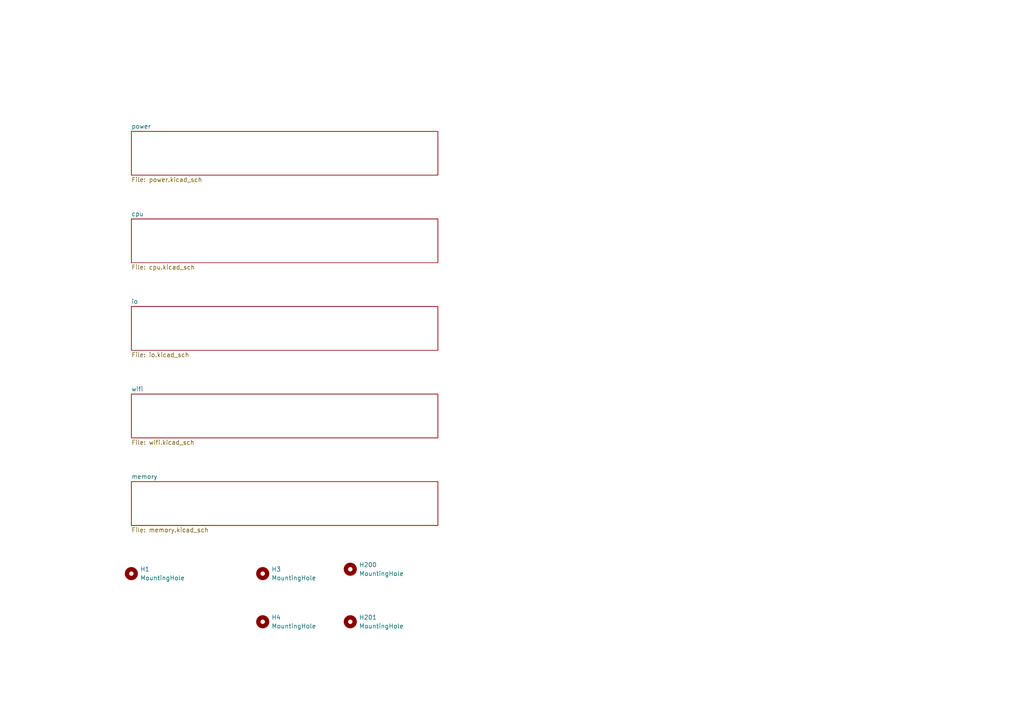
<source format=kicad_sch>
(kicad_sch (version 20211123) (generator eeschema)
  (paper "A4")
  (lib_symbols
    (symbol "Mechanical:MountingHole" (pin_names (offset 1.016))
      (property "Reference" "H" (at 0 5.08 0))
      (property "Value" "MountingHole" (at 0 3.175 0))
      (symbol "MountingHole_0_1"
        (circle (center 0 0) (radius 1.27) (stroke (width 1.27)))
      )
    )
  )
  (symbol (lib_id "Mechanical:MountingHole") (at 101.6 165.1 0) (unit 1)
    (property "Reference" "H200" (at 104.14 163.8299 0) (effects (justify left)))
    (property "Value" "MountingHole" (at 104.14 166.3699 0) (effects (justify left)))
    (property "Footprint" "MountingHole:MountingHole_2.7mm_M2.5" (effects hide))
  )
  (symbol (lib_id "Mechanical:MountingHole") (at 76.2 166.37 0) (unit 1)
    (property "Reference" "H3" (at 78.74 165.0999 0) (effects (justify left)))
    (property "Value" "MountingHole" (at 78.74 167.6399 0) (effects (justify left)))
    (property "Footprint" "MountingHole:MountingHole_2.7mm_M2.5" (effects hide))
  )
  (symbol (lib_id "Mechanical:MountingHole") (at 38.1 166.37 0) (unit 1)
    (property "Reference" "H1" (at 40.64 165.0999 0) (effects (justify left)))
    (property "Value" "MountingHole" (at 40.64 167.6399 0) (effects (justify left)))
    (property "Footprint" "MountingHole:MountingHole_2.7mm_M2.5" (effects hide))
  )
  (symbol (lib_id "Mechanical:MountingHole") (at 76.2 180.34 0) (unit 1)
    (property "Reference" "H4" (at 78.74 179.0699 0) (effects (justify left)))
    (property "Value" "MountingHole" (at 78.74 181.6099 0) (effects (justify left)))
    (property "Footprint" "MountingHole:MountingHole_2.7mm_M2.5" (effects hide))
  )
  (symbol (lib_id "Mechanical:MountingHole") (at 101.6 180.34 0) (unit 1)
    (property "Reference" "H201" (at 104.14 179.0699 0) (effects (justify left)))
    (property "Value" "MountingHole" (at 104.14 181.6099 0) (effects (justify left)))
    (property "Footprint" "MountingHole:MountingHole_2.7mm_M2.5" (effects hide))
  )
  (sheet (at 38.1 114.3) (size 88.9 12.7) (stroke (width 0.1524))
    (property "Sheet name" "wifi" (at 38.1 113.5884 0) (effects (justify left bottom)))
    (property "Sheet file" "wifi.kicad_sch" (at 38.1 127.5846 0) (effects (justify left top)))
  )
  (sheet (at 38.1 38.1) (size 88.9 12.7) (stroke (width 0.1524))
    (property "Sheet name" "power" (at 38.1 37.3884 0) (effects (justify left bottom)))
    (property "Sheet file" "power.kicad_sch" (at 38.1 51.3846 0) (effects (justify left top)))
  )
  (sheet (at 38.1 88.9) (size 88.9 12.7) (stroke (width 0.1524))
    (property "Sheet name" "io" (at 38.1 88.1884 0) (effects (justify left bottom)))
    (property "Sheet file" "io.kicad_sch" (at 38.1 102.1846 0) (effects (justify left top)))
  )
  (sheet (at 38.1 139.7) (size 88.9 12.7) (stroke (width 0.1524))
    (property "Sheet name" "memory" (at 38.1 138.9884 0) (effects (justify left bottom)))
    (property "Sheet file" "memory.kicad_sch" (at 38.1 152.9846 0) (effects (justify left top)))
  )
  (sheet (at 38.1 63.5) (size 88.9 12.7) (stroke (width 0.1524))
    (property "Sheet name" "cpu" (at 38.1 62.7884 0) (effects (justify left bottom)))
    (property "Sheet file" "cpu.kicad_sch" (at 38.1 76.7846 0) (effects (justify left top)))
  )
)
</source>
